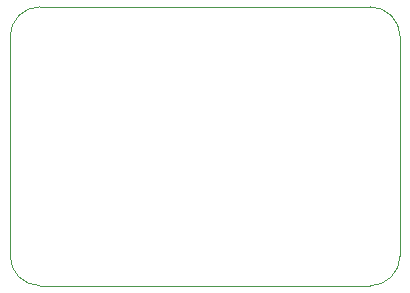
<source format=gbr>
G04 #@! TF.GenerationSoftware,KiCad,Pcbnew,(5.1.2)-1*
G04 #@! TF.CreationDate,2019-06-03T12:51:14-05:00*
G04 #@! TF.ProjectId,1stCircuit,31737443-6972-4637-9569-742e6b696361,rev?*
G04 #@! TF.SameCoordinates,Original*
G04 #@! TF.FileFunction,Profile,NP*
%FSLAX46Y46*%
G04 Gerber Fmt 4.6, Leading zero omitted, Abs format (unit mm)*
G04 Created by KiCad (PCBNEW (5.1.2)-1) date 2019-06-03 12:51:14*
%MOMM*%
%LPD*%
G04 APERTURE LIST*
%ADD10C,0.050000*%
G04 APERTURE END LIST*
D10*
X166370000Y-86360000D02*
G75*
G02X168910000Y-88900000I0J-2540000D01*
G01*
X135890000Y-88900000D02*
G75*
G02X138430000Y-86360000I2540000J0D01*
G01*
X138430000Y-109982000D02*
G75*
G02X135890000Y-107442000I0J2540000D01*
G01*
X168910000Y-107442000D02*
G75*
G02X166370000Y-109982000I-2540000J0D01*
G01*
X168910000Y-88900000D02*
X168910000Y-107442000D01*
X138430000Y-86360000D02*
X166370000Y-86360000D01*
X135890000Y-107442000D02*
X135890000Y-88900000D01*
X166370000Y-109982000D02*
X138430000Y-109982000D01*
M02*

</source>
